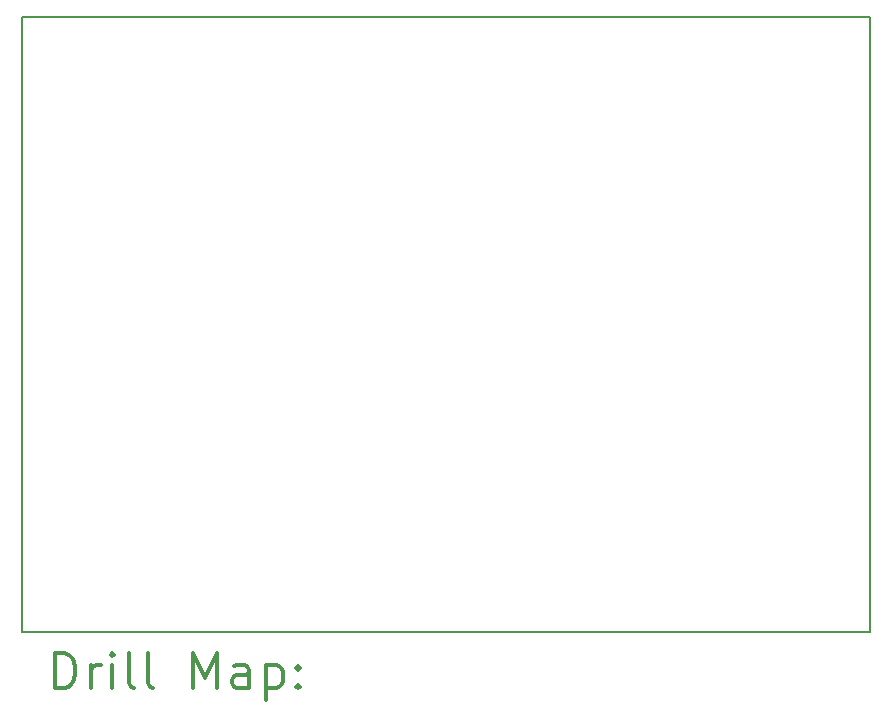
<source format=gbr>
%FSLAX45Y45*%
G04 Gerber Fmt 4.5, Leading zero omitted, Abs format (unit mm)*
G04 Created by KiCad (PCBNEW (5.0.0)) date 03/31/19 19:03:46*
%MOMM*%
%LPD*%
G01*
G04 APERTURE LIST*
%ADD10C,0.150000*%
%ADD11C,0.200000*%
%ADD12C,0.300000*%
G04 APERTURE END LIST*
D10*
X11303000Y-8191500D02*
X11303000Y-13398500D01*
X18478500Y-8191500D02*
X11303000Y-8191500D01*
X18478500Y-13398500D02*
X18478500Y-8191500D01*
X11303000Y-13398500D02*
X18478500Y-13398500D01*
D11*
D12*
X11581928Y-13871714D02*
X11581928Y-13571714D01*
X11653357Y-13571714D01*
X11696214Y-13586000D01*
X11724786Y-13614571D01*
X11739071Y-13643143D01*
X11753357Y-13700286D01*
X11753357Y-13743143D01*
X11739071Y-13800286D01*
X11724786Y-13828857D01*
X11696214Y-13857429D01*
X11653357Y-13871714D01*
X11581928Y-13871714D01*
X11881928Y-13871714D02*
X11881928Y-13671714D01*
X11881928Y-13728857D02*
X11896214Y-13700286D01*
X11910500Y-13686000D01*
X11939071Y-13671714D01*
X11967643Y-13671714D01*
X12067643Y-13871714D02*
X12067643Y-13671714D01*
X12067643Y-13571714D02*
X12053357Y-13586000D01*
X12067643Y-13600286D01*
X12081928Y-13586000D01*
X12067643Y-13571714D01*
X12067643Y-13600286D01*
X12253357Y-13871714D02*
X12224786Y-13857429D01*
X12210500Y-13828857D01*
X12210500Y-13571714D01*
X12410500Y-13871714D02*
X12381928Y-13857429D01*
X12367643Y-13828857D01*
X12367643Y-13571714D01*
X12753357Y-13871714D02*
X12753357Y-13571714D01*
X12853357Y-13786000D01*
X12953357Y-13571714D01*
X12953357Y-13871714D01*
X13224786Y-13871714D02*
X13224786Y-13714571D01*
X13210500Y-13686000D01*
X13181928Y-13671714D01*
X13124786Y-13671714D01*
X13096214Y-13686000D01*
X13224786Y-13857429D02*
X13196214Y-13871714D01*
X13124786Y-13871714D01*
X13096214Y-13857429D01*
X13081928Y-13828857D01*
X13081928Y-13800286D01*
X13096214Y-13771714D01*
X13124786Y-13757429D01*
X13196214Y-13757429D01*
X13224786Y-13743143D01*
X13367643Y-13671714D02*
X13367643Y-13971714D01*
X13367643Y-13686000D02*
X13396214Y-13671714D01*
X13453357Y-13671714D01*
X13481928Y-13686000D01*
X13496214Y-13700286D01*
X13510500Y-13728857D01*
X13510500Y-13814571D01*
X13496214Y-13843143D01*
X13481928Y-13857429D01*
X13453357Y-13871714D01*
X13396214Y-13871714D01*
X13367643Y-13857429D01*
X13639071Y-13843143D02*
X13653357Y-13857429D01*
X13639071Y-13871714D01*
X13624786Y-13857429D01*
X13639071Y-13843143D01*
X13639071Y-13871714D01*
X13639071Y-13686000D02*
X13653357Y-13700286D01*
X13639071Y-13714571D01*
X13624786Y-13700286D01*
X13639071Y-13686000D01*
X13639071Y-13714571D01*
M02*

</source>
